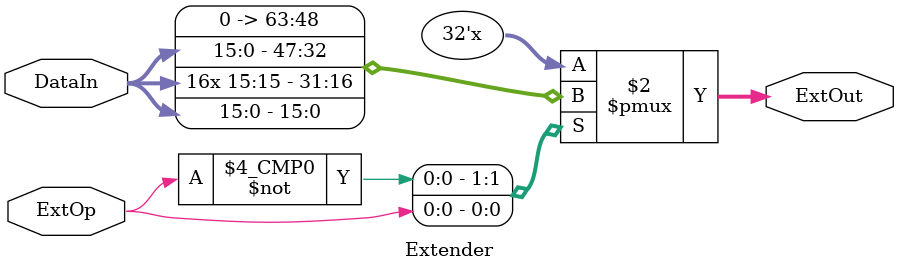
<source format=v>
`include "ctrl_encode_def.v"
module Extender(ExtOut,DataIn,ExtOp);

	input [15:0] DataIn;
	input ExtOp;
	output reg[31:0] ExtOut;
	
	integer i;					//逻辑计数
	
	always@(DataIn or ExtOp)
	begin
	  
	  case (ExtOp)
         2'b00: ExtOut = {16'd0, DataIn};
         2'b01: ExtOut = {{16{DataIn[15]}}, DataIn};
         2'b10: ExtOut = {DataIn, 16'd0};
         default: ;
      endcase
		/*if(ExtOp == 1)
			begin
				for(i=0;i<32;i=i+1)
				begin
					if(i<16)
						ExtOut[i] = DataIn[i];
					else
						ExtOut[i] = 0;
				end	
			end
		else
			begin
				for(i=0;i<32;i=i+1)
				begin
					if(i<16)
						ExtOut[i] = DataIn[i];
					else
						ExtOut[i] = DataIn[15];
				end
			end*/
	end
endmodule
</source>
